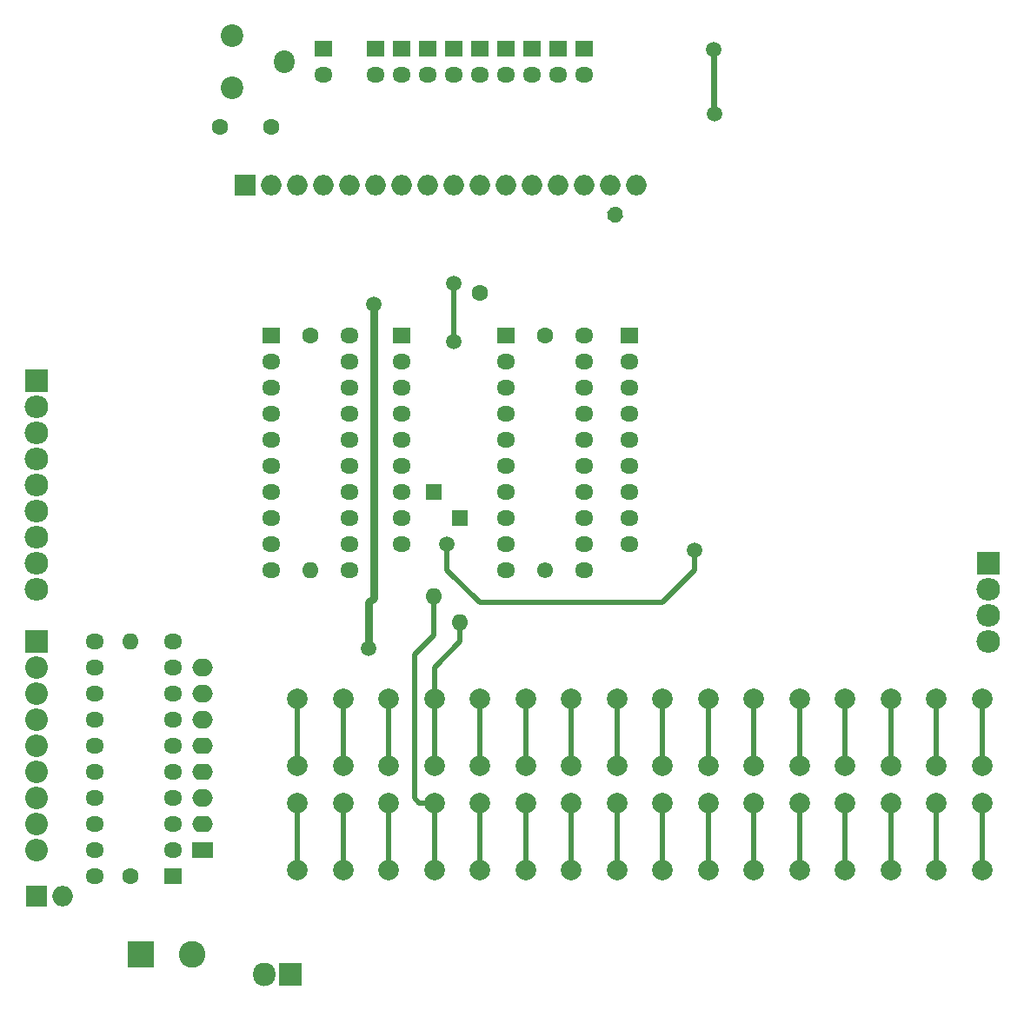
<source format=gbr>
%TF.GenerationSoftware,KiCad,Pcbnew,(5.1.8)-1*%
%TF.CreationDate,2024-08-17T01:38:09+03:00*%
%TF.ProjectId,Ports,506f7274-732e-46b6-9963-61645f706362,rev?*%
%TF.SameCoordinates,Original*%
%TF.FileFunction,Copper,L1,Top*%
%TF.FilePolarity,Positive*%
%FSLAX46Y46*%
G04 Gerber Fmt 4.6, Leading zero omitted, Abs format (unit mm)*
G04 Created by KiCad (PCBNEW (5.1.8)-1) date 2024-08-17 01:38:09*
%MOMM*%
%LPD*%
G01*
G04 APERTURE LIST*
%TA.AperFunction,ComponentPad*%
%ADD10C,1.600000*%
%TD*%
%TA.AperFunction,ComponentPad*%
%ADD11O,1.600000X1.600000*%
%TD*%
%TA.AperFunction,ComponentPad*%
%ADD12R,1.600000X1.600000*%
%TD*%
%TA.AperFunction,ComponentPad*%
%ADD13O,2.300000X2.200000*%
%TD*%
%TA.AperFunction,ComponentPad*%
%ADD14R,2.300000X2.200000*%
%TD*%
%TA.AperFunction,ComponentPad*%
%ADD15O,2.200000X2.300000*%
%TD*%
%TA.AperFunction,ComponentPad*%
%ADD16R,2.200000X2.300000*%
%TD*%
%TA.AperFunction,ComponentPad*%
%ADD17O,2.200000X2.200000*%
%TD*%
%TA.AperFunction,ComponentPad*%
%ADD18R,2.200000X2.200000*%
%TD*%
%TA.AperFunction,ComponentPad*%
%ADD19O,1.600000X1.500000*%
%TD*%
%TA.AperFunction,ComponentPad*%
%ADD20O,2.000000X2.000000*%
%TD*%
%TA.AperFunction,ComponentPad*%
%ADD21R,2.000000X2.000000*%
%TD*%
%TA.AperFunction,ComponentPad*%
%ADD22C,2.000000*%
%TD*%
%TA.AperFunction,ComponentPad*%
%ADD23O,1.800000X1.500000*%
%TD*%
%TA.AperFunction,ComponentPad*%
%ADD24R,1.800000X1.500000*%
%TD*%
%TA.AperFunction,ComponentPad*%
%ADD25R,2.600000X2.600000*%
%TD*%
%TA.AperFunction,ComponentPad*%
%ADD26C,2.600000*%
%TD*%
%TA.AperFunction,ComponentPad*%
%ADD27O,2.000000X2.200000*%
%TD*%
%TA.AperFunction,ComponentPad*%
%ADD28C,2.200000*%
%TD*%
%TA.AperFunction,ComponentPad*%
%ADD29R,2.000000X1.600000*%
%TD*%
%TA.AperFunction,ComponentPad*%
%ADD30O,2.000000X1.600000*%
%TD*%
%TA.AperFunction,ComponentPad*%
%ADD31O,2.000000X1.700000*%
%TD*%
%TA.AperFunction,ViaPad*%
%ADD32C,1.500000*%
%TD*%
%TA.AperFunction,Conductor*%
%ADD33C,0.800000*%
%TD*%
%TA.AperFunction,Conductor*%
%ADD34C,0.600000*%
%TD*%
%TA.AperFunction,Conductor*%
%ADD35C,0.500000*%
%TD*%
G04 APERTURE END LIST*
D10*
%TO.P,C4,2*%
%TO.N,GND*%
X63580000Y-31115000D03*
%TO.P,C4,1*%
%TO.N,VCC*%
X68580000Y-31115000D03*
%TD*%
D11*
%TO.P,D28,2*%
%TO.N,Net-(D12-Pad2)*%
X86995000Y-79375000D03*
D12*
%TO.P,D28,1*%
%TO.N,/P0.6*%
X86995000Y-69215000D03*
%TD*%
D11*
%TO.P,D27,2*%
%TO.N,Net-(D11-Pad2)*%
X84455000Y-76835000D03*
D12*
%TO.P,D27,1*%
%TO.N,/P0.5*%
X84455000Y-66675000D03*
%TD*%
D13*
%TO.P,J1,9*%
%TO.N,/D7*%
X45720000Y-76200000D03*
%TO.P,J1,8*%
%TO.N,/D6*%
X45720000Y-73660000D03*
%TO.P,J1,7*%
%TO.N,/D5*%
X45720000Y-71120000D03*
%TO.P,J1,6*%
%TO.N,/D4*%
X45720000Y-68580000D03*
%TO.P,J1,5*%
%TO.N,/D3*%
X45720000Y-66040000D03*
%TO.P,J1,4*%
%TO.N,/D2*%
X45720000Y-63500000D03*
%TO.P,J1,3*%
%TO.N,/D1*%
X45720000Y-60960000D03*
%TO.P,J1,2*%
%TO.N,/D0*%
X45720000Y-58420000D03*
D14*
%TO.P,J1,1*%
%TO.N,GND*%
X45720000Y-55880000D03*
%TD*%
D15*
%TO.P,J7,2*%
%TO.N,/IN0.OE*%
X67945000Y-113665000D03*
D16*
%TO.P,J7,1*%
%TO.N,/IN0.C*%
X70485000Y-113665000D03*
%TD*%
D17*
%TO.P,J6,9*%
%TO.N,/BUS7*%
X45720000Y-101600000D03*
%TO.P,J6,8*%
%TO.N,/BUS6*%
X45720000Y-99060000D03*
%TO.P,J6,7*%
%TO.N,/BUS5*%
X45720000Y-96520000D03*
%TO.P,J6,6*%
%TO.N,/BUS4*%
X45720000Y-93980000D03*
%TO.P,J6,5*%
%TO.N,/BUS3*%
X45720000Y-91440000D03*
%TO.P,J6,4*%
%TO.N,/BUS2*%
X45720000Y-88900000D03*
%TO.P,J6,3*%
%TO.N,/BUS1*%
X45720000Y-86360000D03*
%TO.P,J6,2*%
%TO.N,/BUS0*%
X45720000Y-83820000D03*
D18*
%TO.P,J6,1*%
%TO.N,GND*%
X45720000Y-81280000D03*
%TD*%
D13*
%TO.P,J5,4*%
%TO.N,/OUT0*%
X138430000Y-81280000D03*
%TO.P,J5,3*%
%TO.N,GND*%
X138430000Y-78740000D03*
%TO.P,J5,2*%
%TO.N,/OUT1*%
X138430000Y-76200000D03*
D14*
%TO.P,J5,1*%
%TO.N,/OUT2*%
X138430000Y-73660000D03*
%TD*%
D11*
%TO.P,C3,2*%
%TO.N,GND*%
X54927500Y-81280000D03*
D10*
%TO.P,C3,1*%
%TO.N,VCC*%
X54927500Y-104140000D03*
%TD*%
D11*
%TO.P,C2,2*%
%TO.N,GND*%
X72390000Y-74295000D03*
D10*
%TO.P,C2,1*%
%TO.N,VCC*%
X72390000Y-51435000D03*
%TD*%
D19*
%TO.P,C1,2*%
%TO.N,GND*%
X95250000Y-74295000D03*
D10*
%TO.P,C1,1*%
%TO.N,VCC*%
X95250000Y-51435000D03*
%TD*%
D20*
%TO.P,J9,2*%
%TO.N,GND*%
X48260000Y-106045000D03*
D21*
%TO.P,J9,1*%
X45720000Y-106045000D03*
%TD*%
D22*
%TO.P,D26,1*%
%TO.N,/IN0.0*%
X71120000Y-86845000D03*
%TO.P,D26,2*%
%TO.N,Net-(D12-Pad2)*%
X75620000Y-86845000D03*
%TO.P,D26,1*%
%TO.N,/IN0.0*%
X71120000Y-93345000D03*
%TO.P,D26,2*%
%TO.N,Net-(D12-Pad2)*%
X75620000Y-93345000D03*
%TD*%
%TO.P,D25,1*%
%TO.N,/IN0.0*%
X71120000Y-97005000D03*
%TO.P,D25,2*%
%TO.N,Net-(D11-Pad2)*%
X75620000Y-97005000D03*
%TO.P,D25,1*%
%TO.N,/IN0.0*%
X71120000Y-103505000D03*
%TO.P,D25,2*%
%TO.N,Net-(D11-Pad2)*%
X75620000Y-103505000D03*
%TD*%
%TO.P,D24,1*%
%TO.N,/IN0.1*%
X80010000Y-86845000D03*
%TO.P,D24,2*%
%TO.N,Net-(D12-Pad2)*%
X84510000Y-86845000D03*
%TO.P,D24,1*%
%TO.N,/IN0.1*%
X80010000Y-93345000D03*
%TO.P,D24,2*%
%TO.N,Net-(D12-Pad2)*%
X84510000Y-93345000D03*
%TD*%
%TO.P,D23,1*%
%TO.N,/IN0.1*%
X80010000Y-97005000D03*
%TO.P,D23,2*%
%TO.N,Net-(D11-Pad2)*%
X84510000Y-97005000D03*
%TO.P,D23,1*%
%TO.N,/IN0.1*%
X80010000Y-103505000D03*
%TO.P,D23,2*%
%TO.N,Net-(D11-Pad2)*%
X84510000Y-103505000D03*
%TD*%
%TO.P,D22,1*%
%TO.N,/IN0.2*%
X88900000Y-86845000D03*
%TO.P,D22,2*%
%TO.N,Net-(D12-Pad2)*%
X93400000Y-86845000D03*
%TO.P,D22,1*%
%TO.N,/IN0.2*%
X88900000Y-93345000D03*
%TO.P,D22,2*%
%TO.N,Net-(D12-Pad2)*%
X93400000Y-93345000D03*
%TD*%
%TO.P,D21,1*%
%TO.N,/IN0.2*%
X88900000Y-97005000D03*
%TO.P,D21,2*%
%TO.N,Net-(D11-Pad2)*%
X93400000Y-97005000D03*
%TO.P,D21,1*%
%TO.N,/IN0.2*%
X88900000Y-103505000D03*
%TO.P,D21,2*%
%TO.N,Net-(D11-Pad2)*%
X93400000Y-103505000D03*
%TD*%
%TO.P,D20,1*%
%TO.N,/IN0.3*%
X97790000Y-86845000D03*
%TO.P,D20,2*%
%TO.N,Net-(D12-Pad2)*%
X102290000Y-86845000D03*
%TO.P,D20,1*%
%TO.N,/IN0.3*%
X97790000Y-93345000D03*
%TO.P,D20,2*%
%TO.N,Net-(D12-Pad2)*%
X102290000Y-93345000D03*
%TD*%
%TO.P,D19,1*%
%TO.N,/IN0.3*%
X97790000Y-97005000D03*
%TO.P,D19,2*%
%TO.N,Net-(D11-Pad2)*%
X102290000Y-97005000D03*
%TO.P,D19,1*%
%TO.N,/IN0.3*%
X97790000Y-103505000D03*
%TO.P,D19,2*%
%TO.N,Net-(D11-Pad2)*%
X102290000Y-103505000D03*
%TD*%
%TO.P,D18,1*%
%TO.N,/IN0.4*%
X106680000Y-86845000D03*
%TO.P,D18,2*%
%TO.N,Net-(D12-Pad2)*%
X111180000Y-86845000D03*
%TO.P,D18,1*%
%TO.N,/IN0.4*%
X106680000Y-93345000D03*
%TO.P,D18,2*%
%TO.N,Net-(D12-Pad2)*%
X111180000Y-93345000D03*
%TD*%
%TO.P,D17,1*%
%TO.N,/IN0.4*%
X106680000Y-97005000D03*
%TO.P,D17,2*%
%TO.N,Net-(D11-Pad2)*%
X111180000Y-97005000D03*
%TO.P,D17,1*%
%TO.N,/IN0.4*%
X106680000Y-103505000D03*
%TO.P,D17,2*%
%TO.N,Net-(D11-Pad2)*%
X111180000Y-103505000D03*
%TD*%
%TO.P,D16,1*%
%TO.N,/IN0.5*%
X115570000Y-86845000D03*
%TO.P,D16,2*%
%TO.N,Net-(D12-Pad2)*%
X120070000Y-86845000D03*
%TO.P,D16,1*%
%TO.N,/IN0.5*%
X115570000Y-93345000D03*
%TO.P,D16,2*%
%TO.N,Net-(D12-Pad2)*%
X120070000Y-93345000D03*
%TD*%
%TO.P,D15,1*%
%TO.N,/IN0.5*%
X115570000Y-97005000D03*
%TO.P,D15,2*%
%TO.N,Net-(D11-Pad2)*%
X120070000Y-97005000D03*
%TO.P,D15,1*%
%TO.N,/IN0.5*%
X115570000Y-103505000D03*
%TO.P,D15,2*%
%TO.N,Net-(D11-Pad2)*%
X120070000Y-103505000D03*
%TD*%
%TO.P,D14,1*%
%TO.N,/IN0.6*%
X124460000Y-86845000D03*
%TO.P,D14,2*%
%TO.N,Net-(D12-Pad2)*%
X128960000Y-86845000D03*
%TO.P,D14,1*%
%TO.N,/IN0.6*%
X124460000Y-93345000D03*
%TO.P,D14,2*%
%TO.N,Net-(D12-Pad2)*%
X128960000Y-93345000D03*
%TD*%
%TO.P,D13,1*%
%TO.N,/IN0.6*%
X124460000Y-97005000D03*
%TO.P,D13,2*%
%TO.N,Net-(D11-Pad2)*%
X128960000Y-97005000D03*
%TO.P,D13,1*%
%TO.N,/IN0.6*%
X124460000Y-103505000D03*
%TO.P,D13,2*%
%TO.N,Net-(D11-Pad2)*%
X128960000Y-103505000D03*
%TD*%
%TO.P,D12,1*%
%TO.N,/IN0.7*%
X133350000Y-86845000D03*
%TO.P,D12,2*%
%TO.N,Net-(D12-Pad2)*%
X137850000Y-86845000D03*
%TO.P,D12,1*%
%TO.N,/IN0.7*%
X133350000Y-93345000D03*
%TO.P,D12,2*%
%TO.N,Net-(D12-Pad2)*%
X137850000Y-93345000D03*
%TD*%
%TO.P,D11,1*%
%TO.N,/IN0.7*%
X133350000Y-97005000D03*
%TO.P,D11,2*%
%TO.N,Net-(D11-Pad2)*%
X137850000Y-97005000D03*
%TO.P,D11,1*%
%TO.N,/IN0.7*%
X133350000Y-103505000D03*
%TO.P,D11,2*%
%TO.N,Net-(D11-Pad2)*%
X137850000Y-103505000D03*
%TD*%
D23*
%TO.P,U3,20*%
%TO.N,VCC*%
X51435000Y-104140000D03*
%TO.P,U3,10*%
%TO.N,GND*%
X59055000Y-81280000D03*
%TO.P,U3,19*%
%TO.N,/BUS7*%
X51435000Y-101600000D03*
%TO.P,U3,9*%
%TO.N,/IN0.0*%
X59055000Y-83820000D03*
%TO.P,U3,18*%
%TO.N,/BUS6*%
X51435000Y-99060000D03*
%TO.P,U3,8*%
%TO.N,/IN0.1*%
X59055000Y-86360000D03*
%TO.P,U3,17*%
%TO.N,/BUS5*%
X51435000Y-96520000D03*
%TO.P,U3,7*%
%TO.N,/IN0.2*%
X59055000Y-88900000D03*
%TO.P,U3,16*%
%TO.N,/BUS4*%
X51435000Y-93980000D03*
%TO.P,U3,6*%
%TO.N,/IN0.3*%
X59055000Y-91440000D03*
%TO.P,U3,15*%
%TO.N,/BUS3*%
X51435000Y-91440000D03*
%TO.P,U3,5*%
%TO.N,/IN0.4*%
X59055000Y-93980000D03*
%TO.P,U3,14*%
%TO.N,/BUS2*%
X51435000Y-88900000D03*
%TO.P,U3,4*%
%TO.N,/IN0.5*%
X59055000Y-96520000D03*
%TO.P,U3,13*%
%TO.N,/BUS1*%
X51435000Y-86360000D03*
%TO.P,U3,3*%
%TO.N,/IN0.6*%
X59055000Y-99060000D03*
%TO.P,U3,12*%
%TO.N,/BUS0*%
X51435000Y-83820000D03*
%TO.P,U3,2*%
%TO.N,/IN0.7*%
X59055000Y-101600000D03*
%TO.P,U3,11*%
%TO.N,/IN0.C*%
X51435000Y-81280000D03*
D24*
%TO.P,U3,1*%
%TO.N,/IN0.OE*%
X59055000Y-104140000D03*
%TD*%
%TO.P,R1,2*%
%TO.N,Net-(DS1-Pad15)*%
%TA.AperFunction,ComponentPad*%
G36*
G01*
X101405407Y-40087500D02*
X101405407Y-40087500D01*
G75*
G02*
X101698227Y-38994680I692820J400000D01*
G01*
X101698227Y-38994680D01*
G75*
G02*
X102791047Y-39287500I400000J-692820D01*
G01*
X102791047Y-39287500D01*
G75*
G02*
X102498227Y-40380320I-692820J-400000D01*
G01*
X102498227Y-40380320D01*
G75*
G02*
X101405407Y-40087500I-400000J692820D01*
G01*
G37*
%TD.AperFunction*%
D10*
%TO.P,R1,1*%
%TO.N,VCC*%
X88900000Y-47307500D03*
%TD*%
D23*
%TO.P,D10,2*%
%TO.N,Net-(D10-Pad2)*%
X99060000Y-26035000D03*
D24*
%TO.P,D10,1*%
%TO.N,Net-(D1-Pad1)*%
X99060000Y-23495000D03*
%TD*%
D23*
%TO.P,D9,2*%
%TO.N,Net-(D9-Pad2)*%
X73660000Y-26035000D03*
D24*
%TO.P,D9,1*%
%TO.N,Net-(D1-Pad1)*%
X73660000Y-23495000D03*
%TD*%
D23*
%TO.P,D8,2*%
%TO.N,Net-(D8-Pad2)*%
X96520000Y-26035000D03*
D24*
%TO.P,D8,1*%
%TO.N,Net-(D1-Pad1)*%
X96520000Y-23495000D03*
%TD*%
D23*
%TO.P,D7,2*%
%TO.N,Net-(D7-Pad2)*%
X78740000Y-26035000D03*
D24*
%TO.P,D7,1*%
%TO.N,Net-(D1-Pad1)*%
X78740000Y-23495000D03*
%TD*%
D23*
%TO.P,D6,2*%
%TO.N,Net-(D6-Pad2)*%
X93980000Y-26035000D03*
D24*
%TO.P,D6,1*%
%TO.N,Net-(D1-Pad1)*%
X93980000Y-23495000D03*
%TD*%
D23*
%TO.P,D5,2*%
%TO.N,Net-(D5-Pad2)*%
X91440000Y-26035000D03*
D24*
%TO.P,D5,1*%
%TO.N,Net-(D1-Pad1)*%
X91440000Y-23495000D03*
%TD*%
D23*
%TO.P,D4,2*%
%TO.N,Net-(D4-Pad2)*%
X88900000Y-26035000D03*
D24*
%TO.P,D4,1*%
%TO.N,Net-(D1-Pad1)*%
X88900000Y-23495000D03*
%TD*%
D23*
%TO.P,D3,2*%
%TO.N,Net-(D3-Pad2)*%
X86360000Y-26035000D03*
D24*
%TO.P,D3,1*%
%TO.N,Net-(D1-Pad1)*%
X86360000Y-23495000D03*
%TD*%
D23*
%TO.P,D2,2*%
%TO.N,Net-(D2-Pad2)*%
X83820000Y-26035000D03*
D24*
%TO.P,D2,1*%
%TO.N,Net-(D1-Pad1)*%
X83820000Y-23495000D03*
%TD*%
D23*
%TO.P,D1,2*%
%TO.N,Net-(D1-Pad2)*%
X81280000Y-26035000D03*
D24*
%TO.P,D1,1*%
%TO.N,Net-(D1-Pad1)*%
X81280000Y-23495000D03*
%TD*%
D20*
%TO.P,DS1,16*%
%TO.N,Net-(DS1-Pad16)*%
X104140000Y-36830000D03*
%TO.P,DS1,15*%
%TO.N,Net-(DS1-Pad15)*%
X101600000Y-36830000D03*
%TO.P,DS1,14*%
%TO.N,/D7*%
X99060000Y-36830000D03*
%TO.P,DS1,13*%
%TO.N,/D6*%
X96520000Y-36830000D03*
%TO.P,DS1,12*%
%TO.N,/D5*%
X93980000Y-36830000D03*
%TO.P,DS1,11*%
%TO.N,/D4*%
X91440000Y-36830000D03*
%TO.P,DS1,10*%
%TO.N,/D3*%
X88900000Y-36830000D03*
%TO.P,DS1,9*%
%TO.N,/D2*%
X86360000Y-36830000D03*
%TO.P,DS1,8*%
%TO.N,/D1*%
X83820000Y-36830000D03*
%TO.P,DS1,7*%
%TO.N,/D0*%
X81280000Y-36830000D03*
%TO.P,DS1,6*%
%TO.N,/OUT2*%
X78740000Y-36830000D03*
%TO.P,DS1,5*%
%TO.N,GND*%
X76200000Y-36830000D03*
%TO.P,DS1,4*%
%TO.N,/P0.0*%
X73660000Y-36830000D03*
%TO.P,DS1,3*%
%TO.N,Net-(DS1-Pad3)*%
X71120000Y-36830000D03*
%TO.P,DS1,2*%
%TO.N,VCC*%
X68580000Y-36830000D03*
D21*
%TO.P,DS1,1*%
%TO.N,GND*%
X66040000Y-36830000D03*
%TD*%
D23*
%TO.P,J2,9*%
%TO.N,/P0.7*%
X81280000Y-71755000D03*
%TO.P,J2,8*%
%TO.N,/P0.6*%
X81280000Y-69215000D03*
%TO.P,J2,7*%
%TO.N,/P0.5*%
X81280000Y-66675000D03*
%TO.P,J2,6*%
%TO.N,/P0.4*%
X81280000Y-64135000D03*
%TO.P,J2,5*%
%TO.N,/P0.3*%
X81280000Y-61595000D03*
%TO.P,J2,4*%
%TO.N,/P0.2*%
X81280000Y-59055000D03*
%TO.P,J2,3*%
%TO.N,/P0.1*%
X81280000Y-56515000D03*
%TO.P,J2,2*%
%TO.N,/P0.0*%
X81280000Y-53975000D03*
D24*
%TO.P,J2,1*%
%TO.N,GND*%
X81280000Y-51435000D03*
%TD*%
%TO.P,J3,1*%
%TO.N,GND*%
X103505000Y-51435000D03*
D23*
%TO.P,J3,2*%
%TO.N,/P1.0*%
X103505000Y-53975000D03*
%TO.P,J3,3*%
%TO.N,/P1.1*%
X103505000Y-56515000D03*
%TO.P,J3,4*%
%TO.N,/P1.2*%
X103505000Y-59055000D03*
%TO.P,J3,5*%
%TO.N,/P1.3*%
X103505000Y-61595000D03*
%TO.P,J3,6*%
%TO.N,/P1.4*%
X103505000Y-64135000D03*
%TO.P,J3,7*%
%TO.N,/P1.5*%
X103505000Y-66675000D03*
%TO.P,J3,8*%
%TO.N,/P1.6*%
X103505000Y-69215000D03*
%TO.P,J3,9*%
%TO.N,/P1.7*%
X103505000Y-71755000D03*
%TD*%
D25*
%TO.P,J4,1*%
%TO.N,GND*%
X55880000Y-111760000D03*
D26*
%TO.P,J4,2*%
%TO.N,Net-(J4-Pad2)*%
X60880000Y-111760000D03*
%TD*%
D27*
%TO.P,RV1,2*%
%TO.N,Net-(DS1-Pad3)*%
X69850000Y-24765000D03*
D28*
%TO.P,RV1,1*%
%TO.N,GND*%
X64770000Y-22225000D03*
%TO.P,RV1,3*%
%TO.N,VCC*%
X64770000Y-27305000D03*
%TD*%
D24*
%TO.P,U1,1*%
%TO.N,GND*%
X68580000Y-51435000D03*
D23*
%TO.P,U1,11*%
%TO.N,/OUT0*%
X76200000Y-74295000D03*
%TO.P,U1,2*%
%TO.N,/D0*%
X68580000Y-53975000D03*
%TO.P,U1,12*%
%TO.N,/P0.7*%
X76200000Y-71755000D03*
%TO.P,U1,3*%
%TO.N,/D1*%
X68580000Y-56515000D03*
%TO.P,U1,13*%
%TO.N,/P0.6*%
X76200000Y-69215000D03*
%TO.P,U1,4*%
%TO.N,/D2*%
X68580000Y-59055000D03*
%TO.P,U1,14*%
%TO.N,/P0.5*%
X76200000Y-66675000D03*
%TO.P,U1,5*%
%TO.N,/D3*%
X68580000Y-61595000D03*
%TO.P,U1,15*%
%TO.N,/P0.4*%
X76200000Y-64135000D03*
%TO.P,U1,6*%
%TO.N,/D4*%
X68580000Y-64135000D03*
%TO.P,U1,16*%
%TO.N,/P0.3*%
X76200000Y-61595000D03*
%TO.P,U1,7*%
%TO.N,/D5*%
X68580000Y-66675000D03*
%TO.P,U1,17*%
%TO.N,/P0.2*%
X76200000Y-59055000D03*
%TO.P,U1,8*%
%TO.N,/D6*%
X68580000Y-69215000D03*
%TO.P,U1,18*%
%TO.N,/P0.1*%
X76200000Y-56515000D03*
%TO.P,U1,9*%
%TO.N,/D7*%
X68580000Y-71755000D03*
%TO.P,U1,19*%
%TO.N,/P0.0*%
X76200000Y-53975000D03*
%TO.P,U1,10*%
%TO.N,GND*%
X68580000Y-74295000D03*
%TO.P,U1,20*%
%TO.N,VCC*%
X76200000Y-51435000D03*
%TD*%
%TO.P,U2,20*%
%TO.N,VCC*%
X99060000Y-51435000D03*
%TO.P,U2,10*%
%TO.N,GND*%
X91440000Y-74295000D03*
%TO.P,U2,19*%
%TO.N,/P1.0*%
X99060000Y-53975000D03*
%TO.P,U2,9*%
%TO.N,/D7*%
X91440000Y-71755000D03*
%TO.P,U2,18*%
%TO.N,/P1.1*%
X99060000Y-56515000D03*
%TO.P,U2,8*%
%TO.N,/D6*%
X91440000Y-69215000D03*
%TO.P,U2,17*%
%TO.N,/P1.2*%
X99060000Y-59055000D03*
%TO.P,U2,7*%
%TO.N,/D5*%
X91440000Y-66675000D03*
%TO.P,U2,16*%
%TO.N,/P1.3*%
X99060000Y-61595000D03*
%TO.P,U2,6*%
%TO.N,/D4*%
X91440000Y-64135000D03*
%TO.P,U2,15*%
%TO.N,/P1.4*%
X99060000Y-64135000D03*
%TO.P,U2,5*%
%TO.N,/D3*%
X91440000Y-61595000D03*
%TO.P,U2,14*%
%TO.N,/P1.5*%
X99060000Y-66675000D03*
%TO.P,U2,4*%
%TO.N,/D2*%
X91440000Y-59055000D03*
%TO.P,U2,13*%
%TO.N,/P1.6*%
X99060000Y-69215000D03*
%TO.P,U2,3*%
%TO.N,/D1*%
X91440000Y-56515000D03*
%TO.P,U2,12*%
%TO.N,/P1.7*%
X99060000Y-71755000D03*
%TO.P,U2,2*%
%TO.N,/D0*%
X91440000Y-53975000D03*
%TO.P,U2,11*%
%TO.N,/OUT1*%
X99060000Y-74295000D03*
D24*
%TO.P,U2,1*%
%TO.N,GND*%
X91440000Y-51435000D03*
%TD*%
D29*
%TO.P,J8,1*%
%TO.N,/IN0.7*%
X61912500Y-101600000D03*
D30*
%TO.P,J8,2*%
%TO.N,/IN0.6*%
X61912500Y-99060000D03*
D31*
%TO.P,J8,3*%
%TO.N,/IN0.5*%
X61912500Y-96520000D03*
D30*
%TO.P,J8,4*%
%TO.N,/IN0.4*%
X61912500Y-93980000D03*
%TO.P,J8,5*%
%TO.N,/IN0.3*%
X61912500Y-91440000D03*
D31*
%TO.P,J8,6*%
%TO.N,/IN0.2*%
X61912500Y-88900000D03*
%TO.P,J8,7*%
%TO.N,/IN0.1*%
X61912500Y-86360000D03*
%TO.P,J8,8*%
%TO.N,/IN0.0*%
X61912500Y-83820000D03*
%TD*%
D32*
%TO.N,VCC*%
X78581250Y-48418750D03*
X78105000Y-81915000D03*
%TO.N,GND*%
X111760000Y-29845000D03*
X111680000Y-23575000D03*
%TO.N,/P0.7*%
X85725000Y-71755000D03*
X109855000Y-72390000D03*
%TO.N,/P0.0*%
X86360000Y-52070000D03*
X86360000Y-46355000D03*
%TD*%
D33*
%TO.N,VCC*%
X78105000Y-77470000D02*
X78581250Y-76993750D01*
X78105000Y-81915000D02*
X78105000Y-77470000D01*
X78581250Y-48418750D02*
X78581250Y-76993750D01*
D34*
%TO.N,GND*%
X111680000Y-29765000D02*
X111760000Y-29845000D01*
X111680000Y-23575000D02*
X111680000Y-29765000D01*
D35*
%TO.N,/P0.7*%
X106680000Y-77470000D02*
X109855000Y-74295000D01*
X109855000Y-74295000D02*
X109855000Y-72390000D01*
X88900000Y-77470000D02*
X106680000Y-77470000D01*
X85725000Y-71755000D02*
X85725000Y-74295000D01*
X85725000Y-74295000D02*
X88900000Y-77470000D01*
%TO.N,/P0.0*%
X86360000Y-46355000D02*
X86360000Y-52070000D01*
%TO.N,/IN0.0*%
X71120000Y-86845000D02*
X71120000Y-93345000D01*
X71120000Y-97005000D02*
X71120000Y-103505000D01*
%TO.N,Net-(D11-Pad2)*%
X137850000Y-97005000D02*
X137850000Y-103505000D01*
X75620000Y-97005000D02*
X75620000Y-103505000D01*
X84510000Y-97005000D02*
X84510000Y-103505000D01*
X93400000Y-97005000D02*
X93400000Y-103505000D01*
X102290000Y-97005000D02*
X102290000Y-103505000D01*
X111180000Y-97005000D02*
X111180000Y-103505000D01*
X120070000Y-97005000D02*
X120070000Y-103505000D01*
X128960000Y-97005000D02*
X128960000Y-103505000D01*
X82550000Y-82550000D02*
X84455000Y-80645000D01*
X82550000Y-96520000D02*
X82550000Y-82550000D01*
X83035000Y-97005000D02*
X82550000Y-96520000D01*
X84455000Y-80645000D02*
X84455000Y-76835000D01*
X84510000Y-97005000D02*
X83035000Y-97005000D01*
%TO.N,Net-(D12-Pad2)*%
X137850000Y-86845000D02*
X137850000Y-93345000D01*
X128960000Y-86845000D02*
X128960000Y-93345000D01*
X120070000Y-86845000D02*
X120070000Y-93345000D01*
X111180000Y-86845000D02*
X111180000Y-93345000D01*
X102290000Y-86845000D02*
X102290000Y-93345000D01*
X93400000Y-86845000D02*
X93400000Y-93345000D01*
X84510000Y-86845000D02*
X84510000Y-93345000D01*
X75620000Y-86845000D02*
X75620000Y-93345000D01*
X84510000Y-83765000D02*
X84510000Y-86845000D01*
X86995000Y-81280000D02*
X84510000Y-83765000D01*
X86995000Y-81280000D02*
X86995000Y-79375000D01*
%TO.N,/IN0.1*%
X80010000Y-86845000D02*
X80010000Y-93345000D01*
X80010000Y-97005000D02*
X80010000Y-103505000D01*
%TO.N,/IN0.2*%
X88900000Y-86845000D02*
X88900000Y-93345000D01*
X88900000Y-97005000D02*
X88900000Y-103505000D01*
%TO.N,/IN0.3*%
X97790000Y-86845000D02*
X97790000Y-93345000D01*
X97790000Y-97005000D02*
X97790000Y-103505000D01*
%TO.N,/IN0.4*%
X106680000Y-86845000D02*
X106680000Y-93345000D01*
X106680000Y-97005000D02*
X106680000Y-103505000D01*
%TO.N,/IN0.5*%
X115570000Y-86845000D02*
X115570000Y-93345000D01*
X115570000Y-97005000D02*
X115570000Y-103505000D01*
%TO.N,/IN0.6*%
X124460000Y-86845000D02*
X124460000Y-93345000D01*
X124460000Y-97005000D02*
X124460000Y-103505000D01*
%TO.N,/IN0.7*%
X133350000Y-86845000D02*
X133350000Y-93345000D01*
X133350000Y-97005000D02*
X133350000Y-103505000D01*
%TD*%
M02*

</source>
